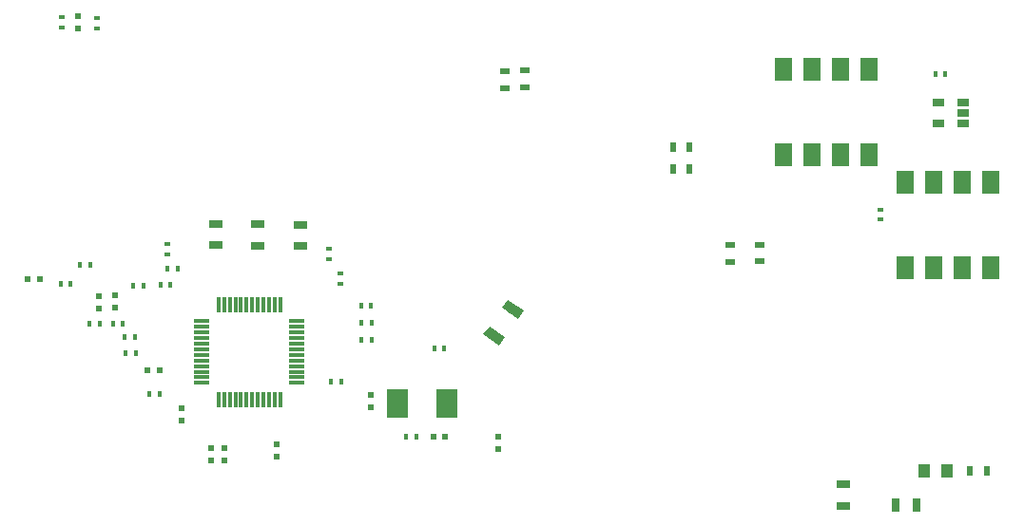
<source format=gbr>
G04 #@! TF.GenerationSoftware,KiCad,Pcbnew,(5.0.2)-1*
G04 #@! TF.CreationDate,2019-06-14T17:16:18-02:30*
G04 #@! TF.ProjectId,arduinoShield,61726475-696e-46f5-9368-69656c642e6b,rev?*
G04 #@! TF.SameCoordinates,Original*
G04 #@! TF.FileFunction,Paste,Top*
G04 #@! TF.FilePolarity,Positive*
%FSLAX46Y46*%
G04 Gerber Fmt 4.6, Leading zero omitted, Abs format (unit mm)*
G04 Created by KiCad (PCBNEW (5.0.2)-1) date 6/14/2019 5:16:18 PM*
%MOMM*%
%LPD*%
G01*
G04 APERTURE LIST*
%ADD10R,1.524000X2.032000*%
%ADD11R,0.500000X0.600000*%
%ADD12R,0.600000X0.500000*%
%ADD13R,0.600000X0.400000*%
%ADD14R,0.400000X0.600000*%
%ADD15R,1.060000X0.650000*%
%ADD16R,1.900000X2.500000*%
%ADD17R,0.300000X1.475000*%
%ADD18R,1.475000X0.300000*%
%ADD19R,1.300000X0.700000*%
%ADD20R,0.900000X0.500000*%
%ADD21R,0.500000X0.900000*%
%ADD22C,0.900000*%
%ADD23C,0.100000*%
%ADD24R,0.700000X1.300000*%
%ADD25R,1.000000X1.200000*%
G04 APERTURE END LIST*
D10*
G04 #@! TO.C,U3*
X139425329Y-121630708D03*
X136885329Y-121630708D03*
X134345329Y-121630708D03*
X131805329Y-121630708D03*
X131805329Y-114010708D03*
X134345329Y-114010708D03*
X136885329Y-114010708D03*
X139425329Y-114010708D03*
G04 #@! TD*
D11*
G04 #@! TO.C,C1*
X84180000Y-132980000D03*
X84180000Y-134080000D03*
G04 #@! TD*
G04 #@! TO.C,C2*
X95540000Y-136650000D03*
X95540000Y-137750000D03*
G04 #@! TD*
D12*
G04 #@! TO.C,C3*
X90830000Y-136680000D03*
X89730000Y-136680000D03*
G04 #@! TD*
D11*
G04 #@! TO.C,C5*
X69920000Y-138820000D03*
X69920000Y-137720000D03*
G04 #@! TD*
G04 #@! TO.C,C7*
X67370000Y-134170000D03*
X67370000Y-135270000D03*
G04 #@! TD*
D12*
G04 #@! TO.C,C8*
X54735893Y-122584854D03*
X53635893Y-122584854D03*
G04 #@! TD*
D11*
G04 #@! TO.C,C9*
X71120000Y-137710000D03*
X71120000Y-138810000D03*
G04 #@! TD*
D12*
G04 #@! TO.C,C10*
X64290000Y-130740000D03*
X65390000Y-130740000D03*
G04 #@! TD*
D11*
G04 #@! TO.C,C11*
X75782000Y-138410000D03*
X75782000Y-137310000D03*
G04 #@! TD*
G04 #@! TO.C,C13*
X59940000Y-125230000D03*
X59940000Y-124130000D03*
G04 #@! TD*
G04 #@! TO.C,C14*
X61370000Y-124070000D03*
X61370000Y-125170000D03*
G04 #@! TD*
G04 #@! TO.C,C15*
X58100000Y-99160000D03*
X58100000Y-100260000D03*
G04 #@! TD*
D13*
G04 #@! TO.C,FB2*
X56630000Y-99280000D03*
X56630000Y-100180000D03*
G04 #@! TD*
D14*
G04 #@! TO.C,R1*
X135360000Y-104360000D03*
X134460000Y-104360000D03*
G04 #@! TD*
D13*
G04 #@! TO.C,R2*
X129593742Y-116424088D03*
X129593742Y-117324088D03*
G04 #@! TD*
D14*
G04 #@! TO.C,R3*
X87330000Y-136680000D03*
X88230000Y-136680000D03*
G04 #@! TD*
G04 #@! TO.C,R4*
X89820000Y-128820000D03*
X90720000Y-128820000D03*
G04 #@! TD*
G04 #@! TO.C,R5*
X56560000Y-123070000D03*
X57460000Y-123070000D03*
G04 #@! TD*
G04 #@! TO.C,R6*
X59200000Y-121330000D03*
X58300000Y-121330000D03*
G04 #@! TD*
D13*
G04 #@! TO.C,R7*
X81450000Y-123000000D03*
X81450000Y-122100000D03*
G04 #@! TD*
D14*
G04 #@! TO.C,R8*
X81550000Y-131730000D03*
X80650000Y-131730000D03*
G04 #@! TD*
D13*
G04 #@! TO.C,R9*
X80490000Y-119930000D03*
X80490000Y-120830000D03*
G04 #@! TD*
D14*
G04 #@! TO.C,R19*
X65360000Y-132860000D03*
X64460000Y-132860000D03*
G04 #@! TD*
G04 #@! TO.C,R20*
X63190000Y-127760000D03*
X62290000Y-127760000D03*
G04 #@! TD*
G04 #@! TO.C,R21*
X63260000Y-129220000D03*
X62360000Y-129220000D03*
G04 #@! TD*
G04 #@! TO.C,R22*
X60020000Y-126630000D03*
X59120000Y-126630000D03*
G04 #@! TD*
G04 #@! TO.C,R23*
X66340000Y-123160000D03*
X65440000Y-123160000D03*
G04 #@! TD*
G04 #@! TO.C,R24*
X66080000Y-121710000D03*
X66980000Y-121710000D03*
G04 #@! TD*
G04 #@! TO.C,R25*
X62110000Y-126630000D03*
X61210000Y-126630000D03*
G04 #@! TD*
G04 #@! TO.C,R26*
X63950000Y-123170000D03*
X63050000Y-123170000D03*
G04 #@! TD*
D13*
G04 #@! TO.C,R27*
X66100000Y-119480000D03*
X66100000Y-120380000D03*
G04 #@! TD*
G04 #@! TO.C,R28*
X59760000Y-99340000D03*
X59760000Y-100240000D03*
G04 #@! TD*
D15*
G04 #@! TO.C,U1*
X134756258Y-108735912D03*
X134756258Y-106835912D03*
X136956258Y-106835912D03*
X136956258Y-107785912D03*
X136956258Y-108735912D03*
G04 #@! TD*
D10*
G04 #@! TO.C,U2*
X120894993Y-111509007D03*
X123434993Y-111509007D03*
X125974993Y-111509007D03*
X128514993Y-111509007D03*
X128514993Y-103889007D03*
X125974993Y-103889007D03*
X123434993Y-103889007D03*
X120894993Y-103889007D03*
G04 #@! TD*
D16*
G04 #@! TO.C,Y1*
X90940000Y-133670000D03*
X86540000Y-133670000D03*
G04 #@! TD*
D17*
G04 #@! TO.C,U4*
X70626000Y-124888000D03*
X71126000Y-124888000D03*
X71626000Y-124888000D03*
X72126000Y-124888000D03*
X72626000Y-124888000D03*
X73126000Y-124888000D03*
X73626000Y-124888000D03*
X74126000Y-124888000D03*
X74626000Y-124888000D03*
X75126000Y-124888000D03*
X75626000Y-124888000D03*
X76126000Y-124888000D03*
D18*
X77614000Y-126376000D03*
X77614000Y-126876000D03*
X77614000Y-127376000D03*
X77614000Y-127876000D03*
X77614000Y-128376000D03*
X77614000Y-128876000D03*
X77614000Y-129376000D03*
X77614000Y-129876000D03*
X77614000Y-130376000D03*
X77614000Y-130876000D03*
X77614000Y-131376000D03*
X77614000Y-131876000D03*
D17*
X76126000Y-133364000D03*
X75626000Y-133364000D03*
X75126000Y-133364000D03*
X74626000Y-133364000D03*
X74126000Y-133364000D03*
X73626000Y-133364000D03*
X73126000Y-133364000D03*
X72626000Y-133364000D03*
X72126000Y-133364000D03*
X71626000Y-133364000D03*
X71126000Y-133364000D03*
X70626000Y-133364000D03*
D18*
X69138000Y-131876000D03*
X69138000Y-131376000D03*
X69138000Y-130876000D03*
X69138000Y-130376000D03*
X69138000Y-129876000D03*
X69138000Y-129376000D03*
X69138000Y-128876000D03*
X69138000Y-128376000D03*
X69138000Y-127876000D03*
X69138000Y-127376000D03*
X69138000Y-126876000D03*
X69138000Y-126376000D03*
G04 #@! TD*
D19*
G04 #@! TO.C,R17*
X74140000Y-119630000D03*
X74140000Y-117730000D03*
G04 #@! TD*
G04 #@! TO.C,R16*
X70350000Y-117710000D03*
X70350000Y-119610000D03*
G04 #@! TD*
G04 #@! TO.C,R18*
X77880000Y-119650000D03*
X77880000Y-117750000D03*
G04 #@! TD*
D20*
G04 #@! TO.C,R29*
X96080000Y-104060000D03*
X96080000Y-105560000D03*
G04 #@! TD*
D21*
G04 #@! TO.C,R30*
X111080000Y-110810000D03*
X112580000Y-110810000D03*
G04 #@! TD*
D20*
G04 #@! TO.C,R31*
X118840000Y-119530000D03*
X118840000Y-121030000D03*
G04 #@! TD*
G04 #@! TO.C,R32*
X97920000Y-105520000D03*
X97920000Y-104020000D03*
G04 #@! TD*
D21*
G04 #@! TO.C,R33*
X112580000Y-112770000D03*
X111080000Y-112770000D03*
G04 #@! TD*
D20*
G04 #@! TO.C,R34*
X116220000Y-121100000D03*
X116220000Y-119600000D03*
G04 #@! TD*
D22*
G04 #@! TO.C,FB1*
X95168314Y-127687770D03*
D23*
G36*
X94730144Y-126831612D02*
X96122703Y-127806692D01*
X95606484Y-128543928D01*
X94213925Y-127568848D01*
X94730144Y-126831612D01*
X94730144Y-126831612D01*
G37*
D22*
X96831686Y-125312230D03*
D23*
G36*
X96393516Y-124456072D02*
X97786075Y-125431152D01*
X97269856Y-126168388D01*
X95877297Y-125193308D01*
X96393516Y-124456072D01*
X96393516Y-124456072D01*
G37*
G04 #@! TD*
D19*
G04 #@! TO.C,R35*
X126280000Y-142840000D03*
X126280000Y-140940000D03*
G04 #@! TD*
D24*
G04 #@! TO.C,R36*
X132780000Y-142780000D03*
X130880000Y-142780000D03*
G04 #@! TD*
D25*
G04 #@! TO.C,D1*
X133500000Y-139750000D03*
X135500000Y-139750000D03*
G04 #@! TD*
D21*
G04 #@! TO.C,R37*
X137525001Y-139750000D03*
X139025001Y-139750000D03*
G04 #@! TD*
D14*
G04 #@! TO.C,R38*
X83350000Y-128000000D03*
X84250000Y-128000000D03*
G04 #@! TD*
G04 #@! TO.C,R39*
X84250000Y-126500000D03*
X83350000Y-126500000D03*
G04 #@! TD*
G04 #@! TO.C,R40*
X84200000Y-125000000D03*
X83300000Y-125000000D03*
G04 #@! TD*
M02*

</source>
